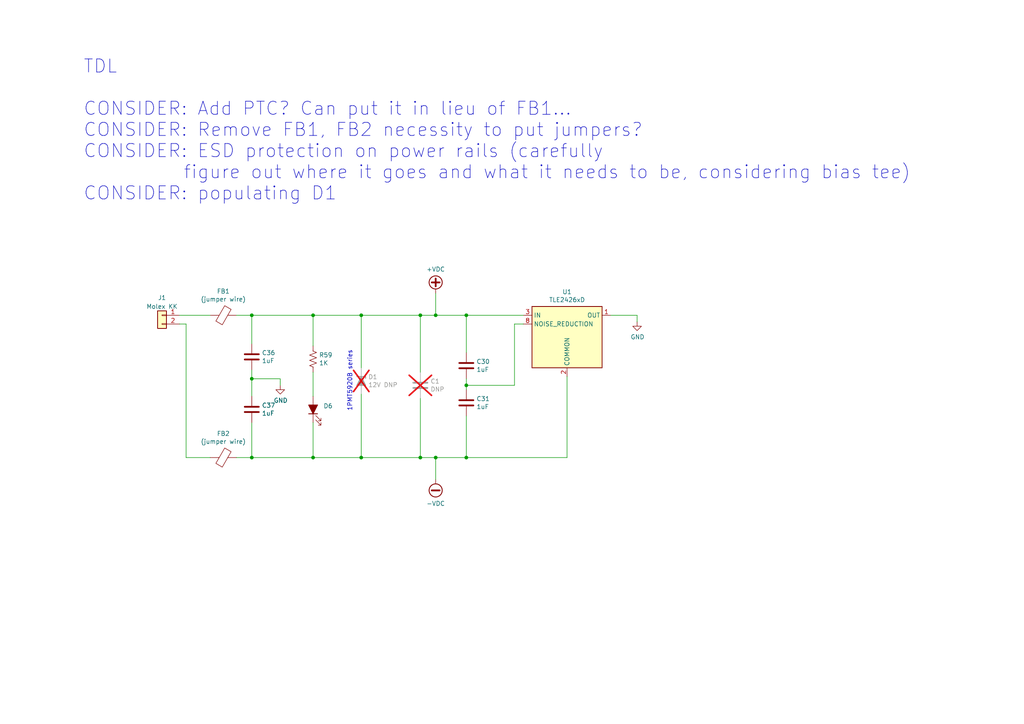
<source format=kicad_sch>
(kicad_sch (version 20230121) (generator eeschema)
  (paper "A4")
  (title_block (title "ALBATROS low frequency front end") (date "2023-12-18") (rev "2 as modified") (company "McGill Radio Lab") (comment 1 "McGill University Physics") (comment 2 "Eamon Egan"))
  (lib_symbols
    (symbol "Connector_Generic:Conn_01x02" (pin_names (offset 1.016) hide)
      (property "Reference" "J" (at 0 2.54 0))
      (property "Value" "Conn_01x02" (at 0 -5.08 0))
      (symbol "Conn_01x02_1_1"
        (rectangle (start -1.27 -2.413) (end 0 -2.667) (stroke (width 0.1524)))
        (rectangle (start -1.27 0.127) (end 0 -0.127) (stroke (width 0.1524)))
        (rectangle (start -1.27 1.27) (end 1.27 -3.81) (stroke (width 0.254)) (fill (type background)))
        (pin passive line (at -5.08 0 0) (length 3.81) (name "Pin_1") (number "1"))
        (pin passive line (at -5.08 -2.54 0) (length 3.81) (name "Pin_2") (number "2"))
      )
    )
    (symbol "Device:C" (pin_numbers hide) (pin_names (offset 0.254))
      (property "Reference" "C" (at 0.635 2.54 0))
      (property "Value" "C" (at 0.635 -2.54 0))
      (symbol "C_0_1"
        (polyline (pts (xy -2.032 -0.762) (xy 2.032 -0.762)) (stroke (width 0.508)))
        (polyline (pts (xy -2.032 0.762) (xy 2.032 0.762)) (stroke (width 0.508)))
      )
      (symbol "C_1_1"
        (pin passive line (at 0 3.81 270) (length 2.794) (name "~") (number "1"))
        (pin passive line (at 0 -3.81 90) (length 2.794) (name "~") (number "2"))
      )
    )
    (symbol "Device:D_Zener_ALT" (pin_numbers hide) (pin_names (offset 1.016) hide)
      (property "Reference" "D" (at 0 2.54 0))
      (property "Value" "Device_D_Zener_ALT" (at 0 -2.54 0))
      (symbol "D_Zener_ALT_0_1"
        (polyline (pts (xy 1.27 0) (xy -1.27 0)))
        (polyline (pts (xy -1.27 -1.27) (xy -1.27 1.27) (xy -0.762 1.27)) (stroke (width 0.254)))
        (polyline (pts (xy 1.27 -1.27) (xy 1.27 1.27) (xy -1.27 0) (xy 1.27 -1.27)) (stroke (width 0.254)) (fill (type outline)))
      )
      (symbol "D_Zener_ALT_1_1"
        (pin passive line (at -3.81 0 0) (length 2.54) (name "K") (number "1"))
        (pin passive line (at 3.81 0 180) (length 2.54) (name "A") (number "2"))
      )
    )
    (symbol "Device:Ferrite_Bead" (pin_numbers hide) (pin_names (offset 0))
      (property "Reference" "FB" (at -3.81 0.635 90))
      (property "Value" "Device_Ferrite_Bead" (at 3.81 0 90))
      (symbol "Ferrite_Bead_0_1"
        (polyline (pts (xy 0 -1.27) (xy 0 -1.2192)))
        (polyline (pts (xy 0 1.27) (xy 0 1.2954)))
        (polyline (pts (xy -2.7686 0.4064) (xy -1.7018 2.2606) (xy 2.7686 -0.3048) (xy 1.6764 -2.159) (xy -2.7686 0.4064)))
      )
      (symbol "Ferrite_Bead_1_1"
        (pin passive line (at 0 3.81 270) (length 2.54) (name "~") (number "1"))
        (pin passive line (at 0 -3.81 90) (length 2.54) (name "~") (number "2"))
      )
    )
    (symbol "Device:LED_ALT" (pin_numbers hide) (pin_names (offset 1.016) hide)
      (property "Reference" "D" (at 0 2.54 0))
      (property "Value" "Device_LED_ALT" (at 0 -2.54 0))
      (symbol "LED_ALT_0_1"
        (polyline (pts (xy -1.27 -1.27) (xy -1.27 1.27)) (stroke (width 0.254)))
        (polyline (pts (xy -1.27 0) (xy 1.27 0)))
        (polyline (pts (xy 1.27 -1.27) (xy 1.27 1.27) (xy -1.27 0) (xy 1.27 -1.27)) (stroke (width 0.254)) (fill (type outline)))
        (polyline (pts (xy -3.048 -0.762) (xy -4.572 -2.286) (xy -3.81 -2.286) (xy -4.572 -2.286) (xy -4.572 -1.524)))
        (polyline (pts (xy -1.778 -0.762) (xy -3.302 -2.286) (xy -2.54 -2.286) (xy -3.302 -2.286) (xy -3.302 -1.524)))
      )
      (symbol "LED_ALT_1_1"
        (pin passive line (at -3.81 0 0) (length 2.54) (name "K") (number "1"))
        (pin passive line (at 3.81 0 180) (length 2.54) (name "A") (number "2"))
      )
    )
    (symbol "Device:R_US" (pin_numbers hide) (pin_names (offset 0))
      (property "Reference" "R" (at 2.54 0 90))
      (property "Value" "R_US" (at -2.54 0 90))
      (symbol "R_US_0_1"
        (polyline (pts (xy 0 -2.286) (xy 0 -2.54)))
        (polyline (pts (xy 0 2.286) (xy 0 2.54)))
        (polyline (pts (xy 0 -0.762) (xy 1.016 -1.143) (xy 0 -1.524) (xy -1.016 -1.905) (xy 0 -2.286)))
        (polyline (pts (xy 0 0.762) (xy 1.016 0.381) (xy 0 0) (xy -1.016 -0.381) (xy 0 -0.762)))
        (polyline (pts (xy 0 2.286) (xy 1.016 1.905) (xy 0 1.524) (xy -1.016 1.143) (xy 0 0.762)))
      )
      (symbol "R_US_1_1"
        (pin passive line (at 0 3.81 270) (length 1.27) (name "~") (number "1"))
        (pin passive line (at 0 -3.81 90) (length 1.27) (name "~") (number "2"))
      )
    )
    (symbol "Reference_Voltage:TLE2426xD"
      (property "Reference" "U" (at -10.414 8.89 0))
      (property "Value" "TLE2426xD" (at 10.16 8.89 0))
      (symbol "TLE2426xD_0_1"
        (rectangle (start -10.16 7.62) (end 10.16 -10.16) (stroke (width 0.254)) (fill (type background)))
      )
      (symbol "TLE2426xD_1_1"
        (pin power_out line (at 12.7 5.08 180) (length 2.54) (name "OUT") (number "1"))
        (pin power_in line (at 0 -12.7 90) (length 2.54) (name "COMMON") (number "2"))
        (pin power_in line (at -12.7 5.08 0) (length 2.54) (name "IN") (number "3"))
        (pin no_connect line (at -10.16 0 0) (length 2.54) hide (name "NC") (number "4"))
        (pin no_connect line (at -10.16 -2.54 0) (length 2.54) hide (name "NC") (number "5"))
        (pin no_connect line (at 10.16 0 180) (length 2.54) hide (name "NC") (number "6"))
        (pin no_connect line (at 10.16 -2.54 180) (length 2.54) hide (name "NC") (number "7"))
        (pin passive line (at -12.7 2.54 0) (length 2.54) (name "NOISE_REDUCTION") (number "8"))
      )
    )
    (symbol "power:+VDC" (power) (pin_names (offset 0))
      (property "Value" "+VDC" (at 0 6.35 0))
      (symbol "+VDC_0_1"
        (polyline (pts (xy -1.143 3.175) (xy 1.143 3.175)) (stroke (width 0.508)))
        (polyline (pts (xy 0 0) (xy 0 1.27)))
        (polyline (pts (xy 0 2.032) (xy 0 4.318)) (stroke (width 0.508)))
        (circle (center 0 3.175) (radius 1.905) (stroke (width 0.254)))
      )
      (symbol "+VDC_1_1"
        (pin power_in line (at 0 0 90) (length 0) hide (name "+VDC") (number "1"))
      )
    )
    (symbol "power:-VDC" (power) (pin_names (offset 0))
      (property "Value" "-VDC" (at 0 6.35 0))
      (symbol "-VDC_0_1"
        (polyline (pts (xy -1.143 3.175) (xy 1.143 3.175)) (stroke (width 0.508)))
        (polyline (pts (xy 0 0) (xy 0 1.27)))
        (circle (center 0 3.175) (radius 1.905) (stroke (width 0.254)))
      )
      (symbol "-VDC_1_1"
        (pin power_in line (at 0 0 90) (length 0) hide (name "-VDC") (number "1"))
      )
    )
    (symbol "power:GND" (power) (pin_names (offset 0))
      (property "Value" "GND" (at 0 -3.81 0))
      (symbol "GND_0_1"
        (polyline (pts (xy 0 0) (xy 0 -1.27) (xy 1.27 -1.27) (xy 0 -2.54) (xy -1.27 -1.27) (xy 0 -1.27)))
      )
      (symbol "GND_1_1"
        (pin power_in line (at 0 0 270) (length 0) hide (name "GND") (number "1"))
      )
    )
  )
  (junction (at 104.775 91.44))
  (junction (at 126.365 91.44))
  (junction (at 135.255 111.76))
  (junction (at 90.805 91.44))
  (junction (at 135.255 91.44))
  (junction (at 135.255 132.715))
  (junction (at 73.025 91.44))
  (junction (at 73.025 109.855))
  (junction (at 121.92 132.715))
  (junction (at 104.775 132.715))
  (junction (at 90.805 132.715))
  (junction (at 73.025 132.715))
  (junction (at 121.92 91.44))
  (junction (at 126.365 132.715))
  (wire (pts (xy 73.025 132.715) (xy 90.805 132.715)))
  (wire (pts (xy 104.775 91.44) (xy 104.775 106.68)))
  (wire (pts (xy 90.805 132.715) (xy 104.775 132.715)))
  (wire (pts (xy 73.025 132.715) (xy 73.025 122.555)))
  (wire (pts (xy 81.28 111.76) (xy 81.28 109.855)))
  (wire (pts (xy 73.025 91.44) (xy 90.805 91.44)))
  (wire (pts (xy 81.28 109.855) (xy 73.025 109.855)))
  (wire (pts (xy 121.92 132.715) (xy 104.775 132.715)))
  (wire (pts (xy 126.365 91.44) (xy 135.255 91.44)))
  (wire (pts (xy 135.255 91.44) (xy 151.765 91.44)))
  (wire (pts (xy 52.07 93.98) (xy 53.975 93.98)))
  (wire (pts (xy 151.765 93.98) (xy 149.225 93.98)))
  (wire (pts (xy 135.255 111.76) (xy 135.255 109.855)))
  (wire (pts (xy 149.225 93.98) (xy 149.225 111.76)))
  (wire (pts (xy 126.365 132.715) (xy 135.255 132.715)))
  (wire (pts (xy 121.92 91.44) (xy 126.365 91.44)))
  (wire (pts (xy 52.07 91.44) (xy 60.96 91.44)))
  (wire (pts (xy 90.805 91.44) (xy 90.805 100.33)))
  (wire (pts (xy 135.255 113.03) (xy 135.255 111.76)))
  (wire (pts (xy 90.805 122.555) (xy 90.805 132.715)))
  (wire (pts (xy 135.255 102.235) (xy 135.255 91.44)))
  (wire (pts (xy 177.165 91.44) (xy 184.785 91.44)))
  (wire (pts (xy 104.775 114.3) (xy 104.775 132.715)))
  (wire (pts (xy 164.465 132.715) (xy 164.465 109.22)))
  (wire (pts (xy 90.805 91.44) (xy 104.775 91.44)))
  (wire (pts (xy 126.365 139.065) (xy 126.365 132.715)))
  (wire (pts (xy 135.255 132.715) (xy 135.255 120.65)))
  (wire (pts (xy 121.92 91.44) (xy 104.775 91.44)))
  (wire (pts (xy 121.92 115.57) (xy 121.92 132.715)))
  (wire (pts (xy 126.365 85.09) (xy 126.365 91.44)))
  (wire (pts (xy 73.025 109.855) (xy 73.025 114.935)))
  (wire (pts (xy 90.805 107.95) (xy 90.805 114.935)))
  (wire (pts (xy 73.025 99.695) (xy 73.025 91.44)))
  (wire (pts (xy 73.025 107.315) (xy 73.025 109.855)))
  (wire (pts (xy 53.975 93.98) (xy 53.975 132.715)))
  (wire (pts (xy 135.255 132.715) (xy 164.465 132.715)))
  (wire (pts (xy 149.225 111.76) (xy 135.255 111.76)))
  (wire (pts (xy 121.92 132.715) (xy 126.365 132.715)))
  (wire (pts (xy 184.785 91.44) (xy 184.785 93.345)))
  (wire (pts (xy 121.92 107.95) (xy 121.92 91.44)))
  (wire (pts (xy 68.58 132.715) (xy 73.025 132.715)))
  (wire (pts (xy 53.975 132.715) (xy 60.96 132.715)))
  (wire (pts (xy 68.58 91.44) (xy 73.025 91.44)))
  (text "TDL\n\nCONSIDER: Add PTC? Can put it in lieu of FB1...\nCONSIDER: Remove FB1, FB2 necessity to put jumpers?\nCONSIDER: ESD protection on power rails (carefully \n          figure out where it goes and what it needs to be, considering bias tee)\nCONSIDER: populating D1" (at 24.13 58.42 0) (effects (font (size 3.81 3.81)) (justify left bottom)))
  (text "1PMT5920B series" (at 102.235 119.38 90) (effects (font (size 1.27 1.27)) (justify left bottom)))
  (symbol (lib_id "Reference_Voltage:TLE2426xD") (at 164.465 96.52 0) (unit 1)
    (property "Reference" "U1" (at 164.465 84.6582 0))
    (property "Value" "TLE2426xD" (at 164.465 86.9696 0))
    (property "Footprint" "Package_SO:SOIC-8_3.9x4.9mm_P1.27mm" (effects hide))
    (property "Datasheet" "http://www.ti.com/lit/ds/symlink/tle2426.pdf" (effects hide))
    (property "MFN" "TI" (effects hide))
    (property "MPN" "TLE2426QDRG4Q1" (effects hide))
    (property "VN" "DigiKey" (effects hide))
    (property "VPN" "296-44831-1-ND" (effects hide))
    (property "Flag" "SMT" (effects hide))
  )
  (symbol (lib_id "Device:C") (at 121.92 111.76 0) (unit 1) (in_bom no) (dnp yes)
    (property "Reference" "C1" (at 124.841 110.5916 0) (effects (justify left)))
    (property "Value" "DNP" (at 124.841 112.903 0) (effects (justify left)))
    (property "Footprint" "Capacitor_SMD:C_0603_1608Metric" (effects hide))
    (property "Flag" "SMT" (effects hide))
  )
  (symbol (lib_id "power:GND") (at 184.785 93.345 0) (unit 1)
    (property "Reference" "#PWR0101" (effects hide))
    (property "Value" "GND" (at 184.912 97.7392 0))
  )
  (symbol (lib_id "power:+VDC") (at 126.365 85.09 0) (unit 1)
    (property "Reference" "#PWR0102" (effects hide))
    (property "Value" "+VDC" (at 126.365 78.105 0))
  )
  (symbol (lib_id "power:-VDC") (at 126.365 139.065 0) (mirror x) (unit 1)
    (property "Reference" "#PWR0103" (effects hide))
    (property "Value" "-VDC" (at 126.365 146.05 0))
  )
  (symbol (lib_id "Device:D_Zener_ALT") (at 104.775 110.49 270) (unit 1) (in_bom no) (dnp yes)
    (property "Reference" "D1" (at 106.7816 109.3216 90) (effects (justify left)))
    (property "Value" "12V DNP" (at 106.7816 111.633 90) (effects (justify left)))
    (property "Footprint" "Diode_SMD:D_Powermite_AK" (effects hide))
    (property "Description" "DIODE ZENER 12V 3.2W POWERMITE" (effects hide))
    (property "MFN" "ON Semiconductor" (effects hide))
    (property "MPN" "1PMT5927BT1G" (effects hide))
    (property "VN" "DigiKey" (effects hide))
    (property "VPN" "1PMT5927BT1GOSCT-ND" (effects hide))
    (property "Flag" "SMT" (effects hide))
  )
  (symbol (lib_id "Device:C") (at 135.255 116.84 0) (unit 1)
    (property "Reference" "C31" (at 138.176 115.6716 0) (effects (justify left)))
    (property "Value" "1uF" (at 138.176 117.983 0) (effects (justify left)))
    (property "Footprint" "Capacitor_SMD:C_0603_1608Metric" (effects hide))
    (property "Description" "CAP CER 1UF 25V X7R 0603" (effects hide))
    (property "MFN" "Samsung Electro-Mechanics" (effects hide))
    (property "MPN" "CL10B105KA8NFNC" (effects hide))
    (property "VPN" "1276-1942-2-ND" (effects hide))
    (property "VN" "DigiKey" (effects hide))
    (property "Flag" "SMT" (effects hide))
  )
  (symbol (lib_id "Device:R_US") (at 90.805 104.14 0) (unit 1)
    (property "Reference" "R59" (at 92.5322 102.9716 0) (effects (justify left)))
    (property "Value" "1K" (at 92.5322 105.283 0) (effects (justify left)))
    (property "Footprint" "Resistor_SMD:R_0603_1608Metric" (effects hide))
    (property "Flag" "SMT" (effects hide))
  )
  (symbol (lib_id "Device:LED_ALT") (at 90.805 118.745 90) (unit 1)
    (property "Reference" "D6" (at 93.8022 117.7544 90) (effects (justify right)))
    (property "Value" "LED_ALT" (effects hide))
    (property "Footprint" "LED_SMD:LED_0603_1608Metric" (effects hide))
    (property "MFN" "Würth Elektronik" (effects hide))
    (property "MPN" "150060BS75000" (effects hide))
    (property "VPN" "732-4966-1-ND" (effects hide))
    (property "VN" "DigiKey" (effects hide))
    (property "Flag" "SMT" (effects hide))
  )
  (symbol (lib_id "Device:Ferrite_Bead") (at 64.77 91.44 270) (unit 1)
    (property "Reference" "FB1" (at 64.77 84.4804 90))
    (property "Value" "(jumper wire)" (at 64.77 86.7918 90))
    (property "Footprint" "Resistor_THT:R_Axial_DIN0414_L11.9mm_D4.5mm_P25.40mm_Horizontal" (effects hide))
    (property "Flag" "THT" (effects hide))
  )
  (symbol (lib_id "Device:Ferrite_Bead") (at 64.77 132.715 270) (unit 1)
    (property "Reference" "FB2" (at 64.77 125.7554 90))
    (property "Value" "(jumper wire)" (at 64.77 128.0668 90))
    (property "Footprint" "Resistor_THT:R_Axial_DIN0414_L11.9mm_D4.5mm_P25.40mm_Horizontal" (effects hide))
    (property "Flag" "THT" (effects hide))
  )
  (symbol (lib_id "Device:C") (at 73.025 103.505 0) (unit 1)
    (property "Reference" "C36" (at 75.946 102.3366 0) (effects (justify left)))
    (property "Value" "1uF" (at 75.946 104.648 0) (effects (justify left)))
    (property "Footprint" "Capacitor_SMD:C_0603_1608Metric" (effects hide))
    (property "Description" "CAP CER 1UF 25V X7R 0603" (effects hide))
    (property "MFN" "Samsung Electro-Mechanics" (effects hide))
    (property "MPN" "CL10B105KA8NFNC" (effects hide))
    (property "VPN" "1276-1942-2-ND" (effects hide))
    (property "VN" "DigiKey" (effects hide))
    (property "Flag" "SMT" (effects hide))
  )
  (symbol (lib_id "Device:C") (at 73.025 118.745 0) (unit 1)
    (property "Reference" "C37" (at 75.946 117.5766 0) (effects (justify left)))
    (property "Value" "1uF" (at 75.946 119.888 0) (effects (justify left)))
    (property "Footprint" "Capacitor_SMD:C_0603_1608Metric" (effects hide))
    (property "Description" "CAP CER 1UF 25V X7R 0603" (effects hide))
    (property "MFN" "Samsung Electro-Mechanics" (effects hide))
    (property "MPN" "CL10B105KA8NFNC" (effects hide))
    (property "VPN" "1276-1942-2-ND" (effects hide))
    (property "VN" "DigiKey" (effects hide))
    (property "Flag" "SMT" (effects hide))
  )
  (symbol (lib_id "power:GND") (at 81.28 111.76 0) (unit 1)
    (property "Reference" "#PWR039" (effects hide))
    (property "Value" "GND" (at 81.407 116.1542 0))
  )
  (symbol (lib_id "Device:C") (at 135.255 106.045 0) (unit 1)
    (property "Reference" "C30" (at 138.176 104.8766 0) (effects (justify left)))
    (property "Value" "1uF" (at 138.176 107.188 0) (effects (justify left)))
    (property "Footprint" "Capacitor_SMD:C_0603_1608Metric" (effects hide))
    (property "Description" "CAP CER 1UF 25V X7R 0603" (effects hide))
    (property "MFN" "Samsung Electro-Mechanics" (effects hide))
    (property "MPN" "CL10B105KA8NFNC" (effects hide))
    (property "VPN" "1276-1942-2-ND" (effects hide))
    (property "VN" "DigiKey" (effects hide))
    (property "Flag" "SMT" (effects hide))
  )
  (symbol (lib_id "Connector_Generic:Conn_01x02") (at 46.99 91.44 0) (mirror y) (unit 1)
    (property "Reference" "J1" (at 46.99 86.36 0))
    (property "Value" "Molex KK" (at 46.99 88.9 0))
    (property "Footprint" "Connector_Molex:Molex_KK-254_AE-6410-02A_1x02_P2.54mm_Vertical" (effects hide))
    (property "MFN" "Molex" (effects hide))
    (property "MPN" "0022272021" (effects hide))
    (property "VPN" "WM4111-ND" (effects hide))
    (property "Flag" "THT" (effects hide))
  )
)
</source>
